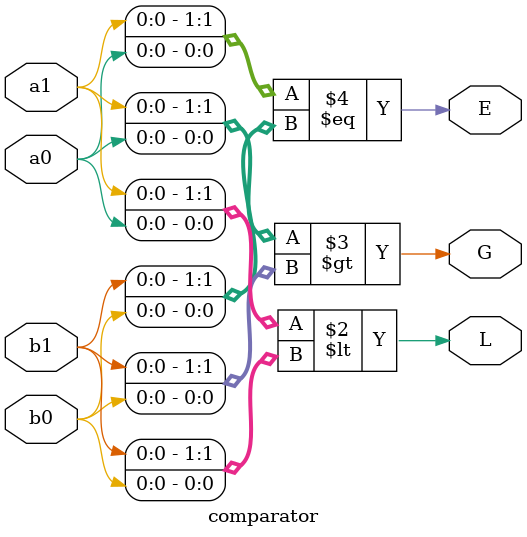
<source format=v>
`timescale 1ns / 1ps
module comparator(a0,a1,b0,b1,G,E,L);
input a0,a1,b0,b1;
output G,E,L;
reg G,E,L;

always @(a0 or a1 or b0 or b1)
  begin
    L<={a1,a0}<{b1,b0};
    G<={a1,a0}>{b1,b0};
    E<={a1,a0}=={b1,b0};
  end
endmodule
</source>
